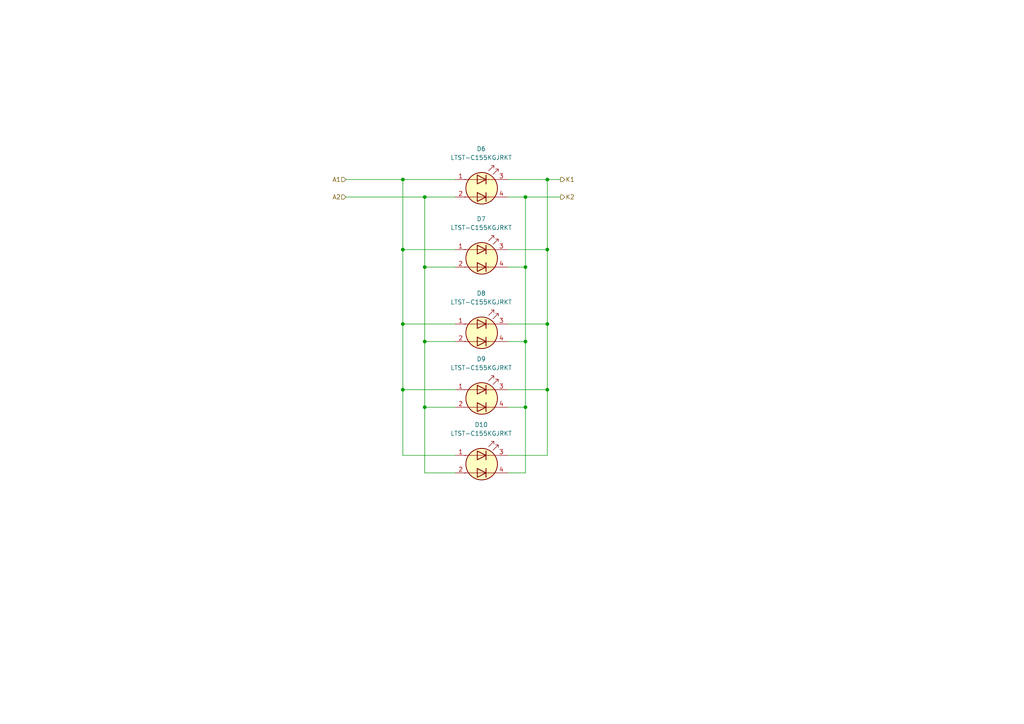
<source format=kicad_sch>
(kicad_sch (version 20231120) (generator "eeschema") (generator_version "8.0")
  (paper "A4")
  (lib_symbols
    (symbol "Device:LED_Dual_AAKK" (pin_names (offset 0) hide)
      (property "Reference" "D" (at 0 5.715 0))
      (property "Value" "LED_Dual_AAKK" (at 0 -6.35 0))
      (symbol "LED_Dual_AAKK_0_1"
        (polyline (pts (xy -5.08 -2.54) (xy 2.032 -2.54)))
        (polyline (pts (xy -5.08 2.54) (xy 2.032 2.54)))
        (polyline (pts (xy 1.27 -1.27) (xy 1.27 -3.81)) (stroke (width 0.254)))
        (polyline (pts (xy 1.27 3.81) (xy 1.27 1.27)) (stroke (width 0.254)))
        (polyline (pts (xy 3.81 -2.54) (xy 1.905 -2.54)))
        (polyline (pts (xy 3.81 2.54) (xy 1.905 2.54)))
        (polyline (pts (xy -1.27 -1.27) (xy -1.27 -3.81) (xy 1.27 -2.54) (xy -1.27 -1.27)) (stroke (width 0.254)))
        (polyline (pts (xy -1.27 3.81) (xy -1.27 1.27) (xy 1.27 2.54) (xy -1.27 3.81)) (stroke (width 0.254)))
        (polyline (pts (xy 2.032 5.08) (xy 3.556 6.604) (xy 2.794 6.604) (xy 3.556 6.604) (xy 3.556 5.842)))
        (polyline (pts (xy 3.302 4.064) (xy 4.826 5.588) (xy 4.064 5.588) (xy 4.826 5.588) (xy 4.826 4.826)))
        (circle (center 0 0) (radius 4.572) (stroke (width 0.254)) (fill (type background)))
      )
      (symbol "LED_Dual_AAKK_1_1"
        (pin input line (at -7.62 2.54 0) (length 3.048) (name "A1") (number "1"))
        (pin input line (at -7.62 -2.54 0) (length 3.048) (name "A2") (number "2"))
        (pin input line (at 7.62 2.54 180) (length 3.81) (name "K1") (number "3"))
        (pin input line (at 7.62 -2.54 180) (length 3.81) (name "K2") (number "4"))
      )
    )
  )
  (junction (at 158.75 93.98))
  (junction (at 123.19 77.47))
  (junction (at 152.4 99.06))
  (junction (at 152.4 77.47))
  (junction (at 123.19 118.11))
  (junction (at 152.4 57.15))
  (junction (at 116.84 72.39))
  (junction (at 116.84 113.03))
  (junction (at 158.75 52.07))
  (junction (at 158.75 113.03))
  (junction (at 123.19 57.15))
  (junction (at 158.75 72.39))
  (junction (at 116.84 52.07))
  (junction (at 116.84 93.98))
  (junction (at 152.4 118.11))
  (junction (at 123.19 99.06))
  (wire (pts (xy 123.19 77.47) (xy 123.19 57.15)))
  (wire (pts (xy 147.32 137.16) (xy 152.4 137.16)))
  (wire (pts (xy 123.19 137.16) (xy 132.08 137.16)))
  (wire (pts (xy 116.84 93.98) (xy 116.84 113.03)))
  (wire (pts (xy 152.4 57.15) (xy 152.4 77.47)))
  (wire (pts (xy 123.19 77.47) (xy 123.19 99.06)))
  (wire (pts (xy 123.19 118.11) (xy 132.08 118.11)))
  (wire (pts (xy 147.32 72.39) (xy 158.75 72.39)))
  (wire (pts (xy 116.84 113.03) (xy 132.08 113.03)))
  (wire (pts (xy 147.32 132.08) (xy 158.75 132.08)))
  (wire (pts (xy 116.84 93.98) (xy 132.08 93.98)))
  (wire (pts (xy 123.19 99.06) (xy 123.19 118.11)))
  (wire (pts (xy 100.33 57.15) (xy 123.19 57.15)))
  (wire (pts (xy 147.32 57.15) (xy 152.4 57.15)))
  (wire (pts (xy 147.32 52.07) (xy 158.75 52.07)))
  (wire (pts (xy 100.33 52.07) (xy 116.84 52.07)))
  (wire (pts (xy 116.84 52.07) (xy 132.08 52.07)))
  (wire (pts (xy 152.4 57.15) (xy 162.56 57.15)))
  (wire (pts (xy 152.4 99.06) (xy 152.4 118.11)))
  (wire (pts (xy 147.32 77.47) (xy 152.4 77.47)))
  (wire (pts (xy 158.75 52.07) (xy 162.56 52.07)))
  (wire (pts (xy 152.4 77.47) (xy 152.4 99.06)))
  (wire (pts (xy 158.75 93.98) (xy 158.75 72.39)))
  (wire (pts (xy 116.84 72.39) (xy 116.84 93.98)))
  (wire (pts (xy 147.32 99.06) (xy 152.4 99.06)))
  (wire (pts (xy 116.84 132.08) (xy 132.08 132.08)))
  (wire (pts (xy 147.32 113.03) (xy 158.75 113.03)))
  (wire (pts (xy 123.19 57.15) (xy 132.08 57.15)))
  (wire (pts (xy 116.84 113.03) (xy 116.84 132.08)))
  (wire (pts (xy 132.08 77.47) (xy 123.19 77.47)))
  (wire (pts (xy 116.84 72.39) (xy 132.08 72.39)))
  (wire (pts (xy 123.19 99.06) (xy 132.08 99.06)))
  (wire (pts (xy 158.75 132.08) (xy 158.75 113.03)))
  (wire (pts (xy 147.32 118.11) (xy 152.4 118.11)))
  (wire (pts (xy 116.84 52.07) (xy 116.84 72.39)))
  (wire (pts (xy 158.75 72.39) (xy 158.75 52.07)))
  (wire (pts (xy 152.4 118.11) (xy 152.4 137.16)))
  (wire (pts (xy 123.19 118.11) (xy 123.19 137.16)))
  (wire (pts (xy 158.75 113.03) (xy 158.75 93.98)))
  (wire (pts (xy 147.32 93.98) (xy 158.75 93.98)))
  (hierarchical_label "K1" (shape output) (at 162.56 52.07 0))
  (hierarchical_label "K2" (shape output) (at 162.56 57.15 0))
  (hierarchical_label "A1" (shape input) (at 100.33 52.07 180))
  (hierarchical_label "A2" (shape input) (at 100.33 57.15 180))
  (symbol (lib_id "Device:LED_Dual_AAKK") (at 139.7 74.93 0) (unit 1)
    (property "Reference" "D7" (at 139.573 63.5 0))
    (property "Value" "LTST-C155KGJRKT" (at 139.573 66.04 0))
    (property "Footprint" "LED_SMD:LED_RGB_1210" (effects (hide yes)))
    (property "Description" "Dual LED, cathodes on pins 3 and 4" (effects (hide yes)))
    (instances (project "better-lamp-controller" (path "" (reference "D7") (unit 1)) (path "" (reference "D37") (unit 1)) (path "" (reference "D47") (unit 1)) (path "" (reference "D52") (unit 1)) (path "" (reference "D22") (unit 1)) (path "" (reference "D32") (unit 1)) (path "" (reference "D27") (unit 1)) (path "" (reference "D57") (unit 1)) (path "" (reference "D12") (unit 1)) (path "" (reference "D2") (unit 1)) (path "" (reference "D17") (unit 1)) (path "" (reference "D42") (unit 1))))
  )
  (symbol (lib_id "Device:LED_Dual_AAKK") (at 139.7 96.52 0) (unit 1)
    (property "Reference" "D8" (at 139.573 85.09 0))
    (property "Value" "LTST-C155KGJRKT" (at 139.573 87.63 0))
    (property "Footprint" "LED_SMD:LED_RGB_1210" (effects (hide yes)))
    (property "Description" "Dual LED, cathodes on pins 3 and 4" (effects (hide yes)))
    (instances (project "better-lamp-controller" (path "" (reference "D8") (unit 1)) (path "" (reference "D38") (unit 1)) (path "" (reference "D48") (unit 1)) (path "" (reference "D53") (unit 1)) (path "" (reference "D23") (unit 1)) (path "" (reference "D33") (unit 1)) (path "" (reference "D28") (unit 1)) (path "" (reference "D58") (unit 1)) (path "" (reference "D13") (unit 1)) (path "" (reference "D3") (unit 1)) (path "" (reference "D18") (unit 1)) (path "" (reference "D43") (unit 1))))
  )
  (symbol (lib_id "Device:LED_Dual_AAKK") (at 139.7 134.62 0) (unit 1)
    (property "Reference" "D10" (at 139.573 123.19 0))
    (property "Value" "LTST-C155KGJRKT" (at 139.573 125.73 0))
    (property "Footprint" "LED_SMD:LED_RGB_1210" (effects (hide yes)))
    (property "Description" "Dual LED, cathodes on pins 3 and 4" (effects (hide yes)))
    (instances (project "better-lamp-controller" (path "" (reference "D10") (unit 1)) (path "" (reference "D40") (unit 1)) (path "" (reference "D50") (unit 1)) (path "" (reference "D55") (unit 1)) (path "" (reference "D25") (unit 1)) (path "" (reference "D35") (unit 1)) (path "" (reference "D30") (unit 1)) (path "" (reference "D60") (unit 1)) (path "" (reference "D15") (unit 1)) (path "" (reference "D5") (unit 1)) (path "" (reference "D20") (unit 1)) (path "" (reference "D45") (unit 1))))
  )
  (symbol (lib_id "Device:LED_Dual_AAKK") (at 139.7 54.61 0) (unit 1)
    (property "Reference" "D6" (at 139.573 43.18 0))
    (property "Value" "LTST-C155KGJRKT" (at 139.573 45.72 0))
    (property "Footprint" "LED_SMD:LED_RGB_1210" (effects (hide yes)))
    (property "Description" "Dual LED, cathodes on pins 3 and 4" (effects (hide yes)))
    (instances (project "better-lamp-controller" (path "" (reference "D6") (unit 1)) (path "" (reference "D36") (unit 1)) (path "" (reference "D46") (unit 1)) (path "" (reference "D51") (unit 1)) (path "" (reference "D21") (unit 1)) (path "" (reference "D31") (unit 1)) (path "" (reference "D26") (unit 1)) (path "" (reference "D56") (unit 1)) (path "" (reference "D11") (unit 1)) (path "" (reference "D1") (unit 1)) (path "" (reference "D16") (unit 1)) (path "" (reference "D41") (unit 1))))
  )
  (symbol (lib_id "Device:LED_Dual_AAKK") (at 139.7 115.57 0) (unit 1)
    (property "Reference" "D9" (at 139.573 104.14 0))
    (property "Value" "LTST-C155KGJRKT" (at 139.573 106.68 0))
    (property "Footprint" "LED_SMD:LED_RGB_1210" (effects (hide yes)))
    (property "Description" "Dual LED, cathodes on pins 3 and 4" (effects (hide yes)))
    (instances (project "better-lamp-controller" (path "" (reference "D9") (unit 1)) (path "" (reference "D39") (unit 1)) (path "" (reference "D49") (unit 1)) (path "" (reference "D54") (unit 1)) (path "" (reference "D24") (unit 1)) (path "" (reference "D34") (unit 1)) (path "" (reference "D29") (unit 1)) (path "" (reference "D59") (unit 1)) (path "" (reference "D14") (unit 1)) (path "" (reference "D4") (unit 1)) (path "" (reference "D19") (unit 1)) (path "" (reference "D44") (unit 1))))
  )
)
</source>
